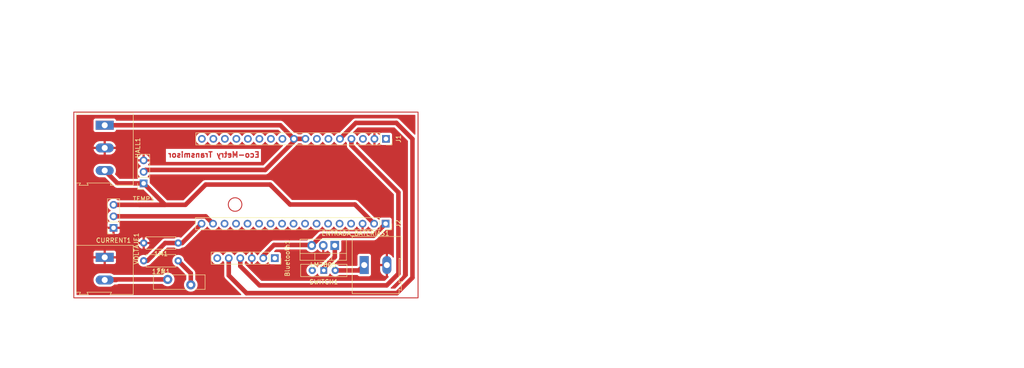
<source format=kicad_pcb>
(kicad_pcb (version 20240108) (generator "pcbnew") (generator_version "8.0")
  (layers (0 "F.Cu" signal) (31 "B.Cu" signal) (34 "B.Paste" user) (35 "F.Paste" user) (36 "B.SilkS" user "B.Silkscreen") (37 "F.SilkS" user "F.Silkscreen") (38 "B.Mask" user) (39 "F.Mask" user) (44 "Edge.Cuts" user))
  (net 0 "")
  (net 3 "5V")
  (net 4 "GND")
  (net 5 "Net-(Bluetooth1-Pin_4)")
  (net 6 "Net-(Bluetooth1-Pin_5)")
  (net 7 "Net-(VOLTAJE1-Pin_2)")
  (net 8 "Net-(CURRENT1-Pin_2)")
  (net 9 "3.3V")
  (net 10 "Net-(LM7805-VI)")
  (net 11 "Net-(ENTRADA_BATERIAS1-Pin_1)")
  (net 12 "Net-(12M1-Pad1)")
  (net 14 "Net-(J2-Pin_17)")
  (net 15 "Net-(HALL1-Pin_1)")
  (net 27 "Net-(J1-Pin_8)")
  (footprint "TerminalBlock:TerminalBlock_Altech_AK300-2_P5.00mm" (layer "F.Cu") (at 166.505537 133.863486)
    (property "Reference" "ENTRADA_BATERIAS1" (at -1.92 -6.99 360) (layer "F.SilkS"))
    (property "Value" "Screw_Terminal_01x02")
    (fp_line (start -2.65 -6.3) (end -2.65 6.3) (stroke (width 0.12)) (layer "F.SilkS"))
    (fp_line (start -2.65 6.3) (end 7.7 6.3) (stroke (width 0.12)) (layer "F.SilkS"))
    (fp_line (start 7.7 -1.5) (end 8.2 -1.2) (stroke (width 0.12)) (layer "F.SilkS"))
    (fp_line (start 7.7 3.9) (end 7.7 -1.5) (stroke (width 0.12)) (layer "F.SilkS"))
    (fp_line (start 7.7 5.35) (end 8.2 5.6) (stroke (width 0.12)) (layer "F.SilkS"))
    (fp_line (start 7.7 6.3) (end 7.7 5.35) (stroke (width 0.12)) (layer "F.SilkS"))
    (fp_line (start 8.2 -6.3) (end -2.65 -6.3) (stroke (width 0.12)) (layer "F.SilkS"))
    (fp_line (start 8.2 -1.2) (end 8.2 -6.3) (stroke (width 0.12)) (layer "F.SilkS"))
    (fp_line (start 8.2 3.65) (end 7.7 3.9) (stroke (width 0.12)) (layer "F.SilkS"))
    (fp_line (start 8.2 3.7) (end 8.2 3.65) (stroke (width 0.12)) (layer "F.SilkS"))
    (fp_line (start 8.2 5.6) (end 8.2 3.7) (stroke (width 0.12)) (layer "F.SilkS"))
    (pad "1" thru_hole rect (at 0 0) (size 1.98 3.96) (drill 1.32) (layers "*.Cu" "*.Mask") (net 11 "Net-(ENTRADA_BATERIAS1-Pin_1)"))
    (pad "2" thru_hole oval (at 5 0) (size 1.98 3.96) (drill 1.32) (layers "*.Cu" "*.Mask") (net 4 "GND"))
  )
  (footprint "Connector_PinSocket_2.54mm:PinSocket_1x17_P2.54mm_Vertical" (layer "F.Cu") (at 171.303862 106.003716 -90)
    (property "Reference" "J1" (at 0 -2.77 90) (layer "F.SilkS"))
    (property "Value" "Conn_01x17_Pin")
    (fp_line (start -1.33 41.97) (end 1.33 41.97) (stroke (width 0.12)) (layer "F.SilkS"))
    (fp_line (start -1.33 1.27) (end -1.33 41.97) (stroke (width 0.12)) (layer "F.SilkS"))
    (fp_line (start -1.33 1.27) (end 1.33 1.27) (stroke (width 0.12)) (layer "F.SilkS"))
    (fp_line (start 1.33 1.27) (end 1.33 41.97) (stroke (width 0.12)) (layer "F.SilkS"))
    (fp_line (start 0 -1.33) (end 1.33 -1.33) (stroke (width 0.12)) (layer "F.SilkS"))
    (fp_line (start 1.33 -1.33) (end 1.33 0) (stroke (width 0.12)) (layer "F.SilkS"))
    (pad "1" thru_hole rect (at 0 0 270) (size 1.7 1.7) (drill 1) (layers "*.Cu" "*.Mask"))
    (pad "2" thru_hole oval (at 0 2.54 270) (size 1.7 1.7) (drill 1) (layers "*.Cu" "*.Mask") (net 4 "GND"))
    (pad "3" thru_hole oval (at 0 5.08 270) (size 1.7 1.7) (drill 1) (layers "*.Cu" "*.Mask"))
    (pad "4" thru_hole oval (at 0 7.62 270) (size 1.7 1.7) (drill 1) (layers "*.Cu" "*.Mask") (net 5 "Net-(Bluetooth1-Pin_4)"))
    (pad "5" thru_hole oval (at 0 10.16 270) (size 1.7 1.7) (drill 1) (layers "*.Cu" "*.Mask") (net 6 "Net-(Bluetooth1-Pin_5)"))
    (pad "6" thru_hole oval (at 0 12.7 270) (size 1.7 1.7) (drill 1) (layers "*.Cu" "*.Mask"))
    (pad "7" thru_hole oval (at 0 15.24 270) (size 1.7 1.7) (drill 1) (layers "*.Cu" "*.Mask"))
    (pad "8" thru_hole oval (at 0 17.78 270) (size 1.7 1.7) (drill 1) (layers "*.Cu" "*.Mask") (net 27 "Net-(J1-Pin_8)"))
    (pad "9" thru_hole oval (at 0 20.32 270) (size 1.7 1.7) (drill 1) (layers "*.Cu" "*.Mask") (net 15 "Net-(HALL1-Pin_1)"))
    (pad "10" thru_hole oval (at 0 22.86 270) (size 1.7 1.7) (drill 1) (layers "*.Cu" "*.Mask"))
    (pad "11" thru_hole oval (at 0 25.4 270) (size 1.7 1.7) (drill 1) (layers "*.Cu" "*.Mask"))
    (pad "12" thru_hole oval (at 0 27.94 270) (size 1.7 1.7) (drill 1) (layers "*.Cu" "*.Mask"))
    (pad "13" thru_hole oval (at 0 30.48 270) (size 1.7 1.7) (drill 1) (layers "*.Cu" "*.Mask"))
    (pad "14" thru_hole oval (at 0 33.02 270) (size 1.7 1.7) (drill 1) (layers "*.Cu" "*.Mask"))
    (pad "15" thru_hole oval (at 0 35.56 270) (size 1.7 1.7) (drill 1) (layers "*.Cu" "*.Mask"))
    (pad "16" thru_hole oval (at 0 38.1 270) (size 1.7 1.7) (drill 1) (layers "*.Cu" "*.Mask"))
    (pad "17" thru_hole oval (at 0 40.64 270) (size 1.7 1.7) (drill 1) (layers "*.Cu" "*.Mask"))
  )
  (footprint "Button_Switch_THT:SW_Slide-03_Wuerth-WS-SLTV_10x2.5x6.4_P2.54mm" (layer "F.Cu") (at 157.577969 135.05003 180)
    (property "Reference" "SWITCH1" (at 0 -2.54 360) (layer "F.SilkS"))
    (property "Value" "SW_Wuerth_450301014042" (hide yes))
    (fp_rect (start -5.11 -1.36) (end 5.11 1.36) (stroke (width 0.12)) (fill none) (layer "F.SilkS"))
    (pad "1" thru_hole rect (at 0 0 180) (size 1.5 1.5) (drill 0.8) (layers "*.Cu" "*.Mask") (net 10 "Net-(LM7805-VI)"))
    (pad "2" thru_hole circle (at -2.54 0 180) (size 1.6 1.6) (drill 0.8) (layers "*.Cu" "*.Mask") (net 11 "Net-(ENTRADA_BATERIAS1-Pin_1)"))
    (pad "3" thru_hole circle (at 2.54 0 180) (size 1.6 1.6) (drill 0.8) (layers "*.Cu" "*.Mask"))
  )
  (footprint "Connector_PinSocket_2.54mm:PinSocket_1x03_P2.54mm_Vertical" (layer "F.Cu") (at 111.167658 125.648949 180)
    (property "Reference" "CURRENT1" (at 0 -2.77 0) (layer "F.SilkS"))
    (property "Value" "Conn_01x03_Pin")
    (fp_line (start 1.33 1.27) (end 1.33 6.41) (stroke (width 0.12)) (layer "F.SilkS"))
    (fp_line (start 1.33 -1.33) (end 1.33 0) (stroke (width 0.12)) (layer "F.SilkS"))
    (fp_line (start 0 -1.33) (end 1.33 -1.33) (stroke (width 0.12)) (layer "F.SilkS"))
    (fp_line (start -1.33 6.41) (end 1.33 6.41) (stroke (width 0.12)) (layer "F.SilkS"))
    (fp_line (start -1.33 1.27) (end 1.33 1.27) (stroke (width 0.12)) (layer "F.SilkS"))
    (fp_line (start -1.33 1.27) (end -1.33 6.41) (stroke (width 0.12)) (layer "F.SilkS"))
    (pad "1" thru_hole rect (at 0 0 180) (size 1.7 1.7) (drill 1) (layers "*.Cu" "*.Mask") (net 4 "GND"))
    (pad "2" thru_hole oval (at 0 2.54 180) (size 1.7 1.7) (drill 1) (layers "*.Cu" "*.Mask") (net 8 "Net-(CURRENT1-Pin_2)"))
    (pad "3" thru_hole oval (at 0 5.08 180) (size 1.7 1.7) (drill 1) (layers "*.Cu" "*.Mask") (net 9 "3.3V"))
  )
  (footprint "TerminalBlock:TerminalBlock_Altech_AK300-2_P5.00mm" (layer "F.Cu") (at 109.22 132.16 -90)
    (property "Reference" "VOLTAJE1" (at -1.92 -6.99 90) (layer "F.SilkS"))
    (property "Value" "Screw_Terminal_01x02")
    (fp_line (start -2.65 6.3) (end 7.7 6.3) (stroke (width 0.12)) (layer "F.SilkS"))
    (fp_line (start 7.7 6.3) (end 7.7 5.35) (stroke (width 0.12)) (layer "F.SilkS"))
    (fp_line (start 8.2 5.6) (end 8.2 3.7) (stroke (width 0.12)) (layer "F.SilkS"))
    (fp_line (start 7.7 5.35) (end 8.2 5.6) (stroke (width 0.12)) (layer "F.SilkS"))
    (fp_line (start 7.7 3.9) (end 7.7 -1.5) (stroke (width 0.12)) (layer "F.SilkS"))
    (fp_line (start 8.2 3.7) (end 8.2 3.65) (stroke (width 0.12)) (layer "F.SilkS"))
    (fp_line (start 8.2 3.65) (end 7.7 3.9) (stroke (width 0.12)) (layer "F.SilkS"))
    (fp_line (start 8.2 -1.2) (end 8.2 -6.3) (stroke (width 0.12)) (layer "F.SilkS"))
    (fp_line (start 7.7 -1.5) (end 8.2 -1.2) (stroke (width 0.12)) (layer "F.SilkS"))
    (fp_line (start -2.65 -6.3) (end -2.65 6.3) (stroke (width 0.12)) (layer "F.SilkS"))
    (fp_line (start 8.2 -6.3) (end -2.65 -6.3) (stroke (width 0.12)) (layer "F.SilkS"))
    (pad "1" thru_hole rect (at 0 0 270) (size 1.98 3.96) (drill 1.32) (layers "*.Cu" "*.Mask") (net 4 "GND"))
    (pad "2" thru_hole oval (at 5 0 270) (size 1.98 3.96) (drill 1.32) (layers "*.Cu" "*.Mask") (net 7 "Net-(VOLTAJE1-Pin_2)"))
  )
  (footprint "Fuse:Fuse_Bourns_MF-RG650" (layer "F.Cu") (at 123.122463 137.031944)
    (property "Reference" "F1" (at -1.457892 -1.9 0) (layer "F.SilkS"))
    (property "Value" "Fuse")
    (fp_line (start -3.15 -1) (end -3.15 2.2) (stroke (width 0.12)) (layer "F.SilkS"))
    (fp_line (start -3.15 -1) (end -0.879 -1) (stroke (width 0.12)) (layer "F.SilkS"))
    (fp_line (start -3.15 2.2) (end 4.222 2.2) (stroke (width 0.12)) (layer "F.SilkS"))
    (fp_line (start 0.879 -1) (end 8.25 -1) (stroke (width 0.12)) (layer "F.SilkS"))
    (fp_line (start 5.979 2.2) (end 8.25 2.2) (stroke (width 0.12)) (layer "F.SilkS"))
    (fp_line (start 8.25 -1) (end 8.25 2.2) (stroke (width 0.12)) (layer "F.SilkS"))
    (pad "1" thru_hole circle (at 0 0) (size 2.01 2.01) (drill 1.01) (layers "*.Cu" "*.Mask") (net 7 "Net-(VOLTAJE1-Pin_2)"))
    (pad "2" thru_hole circle (at 5.1 1.2) (size 2.01 2.01) (drill 1.01) (layers "*.Cu" "*.Mask") (net 12 "Net-(12M1-Pad1)"))
  )
  (footprint "Connector_PinSocket_2.54mm:PinSocket_1x17_P2.54mm_Vertical" (layer "F.Cu") (at 171.230994 124.730728 -90)
    (property "Reference" "J2" (at 0 -2.77 90) (layer "F.SilkS"))
    (property "Value" "Conn_01x17_Pin")
    (fp_line (start -1.33 41.97) (end 1.33 41.97) (stroke (width 0.12)) (layer "F.SilkS"))
    (fp_line (start -1.33 1.27) (end -1.33 41.97) (stroke (width 0.12)) (layer "F.SilkS"))
    (fp_line (start -1.33 1.27) (end 1.33 1.27) (stroke (width 0.12)) (layer "F.SilkS"))
    (fp_line (start 1.33 1.27) (end 1.33 41.97) (stroke (width 0.12)) (layer "F.SilkS"))
    (fp_line (start 0 -1.33) (end 1.33 -1.33) (stroke (width 0.12)) (layer "F.SilkS"))
    (fp_line (start 1.33 -1.33) (end 1.33 0) (stroke (width 0.12)) (layer "F.SilkS"))
    (pad "1" thru_hole rect (at 0 0 270) (size 1.7 1.7) (drill 1) (layers "*.Cu" "*.Mask") (net 3 "5V"))
    (pad "2" thru_hole oval (at 0 2.54 270) (size 1.7 1.7) (drill 1) (layers "*.Cu" "*.Mask") (net 9 "3.3V"))
    (pad "3" thru_hole oval (at 0 5.08 270) (size 1.7 1.7) (drill 1) (layers "*.Cu" "*.Mask") (net 4 "GND"))
    (pad "4" thru_hole oval (at 0 7.62 270) (size 1.7 1.7) (drill 1) (layers "*.Cu" "*.Mask"))
    (pad "5" thru_hole oval (at 0 10.16 270) (size 1.7 1.7) (drill 1) (layers "*.Cu" "*.Mask"))
    (pad "6" thru_hole oval (at 0 12.7 270) (size 1.7 1.7) (drill 1) (layers "*.Cu" "*.Mask"))
    (pad "7" thru_hole oval (at 0 15.24 270) (size 1.7 1.7) (drill 1) (layers "*.Cu" "*.Mask"))
    (pad "8" thru_hole oval (at 0 17.78 270) (size 1.7 1.7) (drill 1) (layers "*.Cu" "*.Mask"))
    (pad "9" thru_hole oval (at 0 20.32 270) (size 1.7 1.7) (drill 1) (layers "*.Cu" "*.Mask"))
    (pad "10" thru_hole oval (at 0 22.86 270) (size 1.7 1.7) (drill 1) (layers "*.Cu" "*.Mask"))
    (pad "11" thru_hole oval (at 0 25.4 270) (size 1.7 1.7) (drill 1) (layers "*.Cu" "*.Mask"))
    (pad "12" thru_hole oval (at 0 27.94 270) (size 1.7 1.7) (drill 1) (layers "*.Cu" "*.Mask"))
    (pad "13" thru_hole oval (at 0 30.48 270) (size 1.7 1.7) (drill 1) (layers "*.Cu" "*.Mask"))
    (pad "14" thru_hole oval (at 0 33.02 270) (size 1.7 1.7) (drill 1) (layers "*.Cu" "*.Mask"))
    (pad "15" thru_hole oval (at 0 35.56 270) (size 1.7 1.7) (drill 1) (layers "*.Cu" "*.Mask"))
    (pad "16" thru_hole oval (at 0 38.1 270) (size 1.7 1.7) (drill 1) (layers "*.Cu" "*.Mask") (net 8 "Net-(CURRENT1-Pin_2)"))
    (pad "17" thru_hole oval (at 0 40.64 270) (size 1.7 1.7) (drill 1) (layers "*.Cu" "*.Mask") (net 14 "Net-(J2-Pin_17)"))
  )
  (footprint "TerminalBlock:TerminalBlock_Altech_AK300-3_P5.00mm" (layer "F.Cu") (at 109.22 103 -90)
    (property "Reference" "HALL1" (at 5 -7.3 90) (layer "F.SilkS"))
    (property "Value" "Screw_Terminal_01x03")
    (fp_line (start -2.65 6.3) (end 12.75 6.3) (stroke (width 0.12)) (layer "F.SilkS"))
    (fp_line (start 12.75 6.3) (end 12.75 5.35) (stroke (width 0.12)) (layer "F.SilkS"))
    (fp_line (start 13.25 5.65) (end 13.25 3.65) (stroke (width 0.12)) (layer "F.SilkS"))
    (fp_line (start 12.75 5.35) (end 13.25 5.65) (stroke (width 0.12)) (layer "F.SilkS"))
    (fp_line (start 12.75 3.9) (end 12.75 -1.5) (stroke (width 0.12)) (layer "F.SilkS"))
    (fp_line (start 13.25 3.65) (end 12.75 3.9) (stroke (width 0.12)) (layer "F.SilkS"))
    (fp_line (start 13.25 -1.25) (end 13.25 -6.3) (stroke (width 0.12)) (layer "F.SilkS"))
    (fp_line (start 12.75 -1.5) (end 13.25 -1.25) (stroke (width 0.12)) (layer "F.SilkS"))
    (fp_line (start -2.65 -6.3) (end -2.65 6.3) (stroke (width 0.12)) (layer "F.SilkS"))
    (fp_line (start 13.25 -6.3) (end -2.65 -6.3) (stroke (width 0.12)) (layer "F.SilkS"))
    (pad "1" thru_hole rect (at 0 0 270) (size 1.98 3.96) (drill 1.32) (layers "*.Cu" "*.Mask") (net 15 "Net-(HALL1-Pin_1)"))
    (pad "2" thru_hole oval (at 5 0 270) (size 1.98 3.96) (drill 1.32) (layers "*.Cu" "*.Mask") (net 4 "GND"))
    (pad "3" thru_hole oval (at 10 0 270) (size 1.98 3.96) (drill 1.32) (layers "*.Cu" "*.Mask") (net 9 "3.3V"))
  )
  (footprint "Connector_PinSocket_2.54mm:PinSocket_1x03_P2.54mm_Vertical" (layer "F.Cu") (at 117.81306 115.829851 180)
    (property "Reference" "TEMP1" (at 0 -3.46 0) (layer "F.SilkS"))
    (property "Value" "Conn_01x03_Pin")
    (fp_line (start 1.33 1.27) (end 1.33 6.41) (stroke (width 0.12)) (layer "F.SilkS"))
    (fp_line (start 1.33 -1.33) (end 1.33 0) (stroke (width 0.12)) (layer "F.SilkS"))
    (fp_line (start 0 -1.33) (end 1.33 -1.33) (stroke (width 0.12)) (layer "F.SilkS"))
    (fp_line (start -1.33 6.41) (end 1.33 6.41) (stroke (width 0.12)) (layer "F.SilkS"))
    (fp_line (start -1.33 1.27) (end 1.33 1.27) (stroke (width 0.12)) (layer "F.SilkS"))
    (fp_line (start -1.33 1.27) (end -1.33 6.41) (stroke (width 0.12)) (layer "F.SilkS"))
    (pad "1" thru_hole rect (at 0 0 180) (size 1.7 1.7) (drill 1) (layers "*.Cu" "*.Mask") (net 9 "3.3V"))
    (pad "2" thru_hole oval (at 0 2.54 180) (size 1.7 1.7) (drill 1) (layers "*.Cu" "*.Mask") (net 27 "Net-(J1-Pin_8)"))
    (pad "3" thru_hole oval (at 0 5.08 180) (size 1.7 1.7) (drill 1) (layers "*.Cu" "*.Mask") (net 4 "GND"))
  )
  (footprint "Resistor_THT:R_Axial_DIN0207_L6.3mm_D2.5mm_P7.62mm_Horizontal" (layer "F.Cu") (at 125.447816 132.920325 180)
    (property "Reference" "12M1" (at 3.81 -2.37 0) (layer "F.SilkS"))
    (property "Value" "R")
    (fp_line (start 7.08 1.37) (end 7.08 1.04) (stroke (width 0.12)) (layer "F.SilkS"))
    (fp_line (start 7.08 -1.37) (end 7.08 -1.04) (stroke (width 0.12)) (layer "F.SilkS"))
    (fp_line (start 0.54 1.37) (end 7.08 1.37) (stroke (width 0.12)) (layer "F.SilkS"))
    (fp_line (start 0.54 1.04) (end 0.54 1.37) (stroke (width 0.12)) (layer "F.SilkS"))
    (fp_line (start 0.54 -1.04) (end 0.54 -1.37) (stroke (width 0.12)) (layer "F.SilkS"))
    (fp_line (start 0.54 -1.37) (end 7.08 -1.37) (stroke (width 0.12)) (layer "F.SilkS"))
    (pad "1" thru_hole circle (at 0 0 180) (size 1.6 1.6) (drill 0.8) (layers "*.Cu" "*.Mask") (net 12 "Net-(12M1-Pad1)"))
    (pad "2" thru_hole oval (at 7.62 0 180) (size 1.6 1.6) (drill 0.8) (layers "*.Cu" "*.Mask") (net 14 "Net-(J2-Pin_17)"))
  )
  (footprint "Resistor_THT:R_Axial_DIN0207_L6.3mm_D2.5mm_P7.62mm_Horizontal" (layer "F.Cu") (at 125.447816 129.004288 180)
    (property "Reference" "1M1" (at 3.81 -2.37 0) (layer "F.SilkS"))
    (property "Value" "R")
    (fp_line (start 7.08 1.37) (end 7.08 1.04) (stroke (width 0.12)) (layer "F.SilkS"))
    (fp_line (start 7.08 -1.37) (end 7.08 -1.04) (stroke (width 0.12)) (layer "F.SilkS"))
    (fp_line (start 0.54 1.37) (end 7.08 1.37) (stroke (width 0.12)) (layer "F.SilkS"))
    (fp_line (start 0.54 1.04) (end 0.54 1.37) (stroke (width 0.12)) (layer "F.SilkS"))
    (fp_line (start 0.54 -1.04) (end 0.54 -1.37) (stroke (width 0.12)) (layer "F.SilkS"))
    (fp_line (start 0.54 -1.37) (end 7.08 -1.37) (stroke (width 0.12)) (layer "F.SilkS"))
    (pad "1" thru_hole circle (at 0 0 180) (size 1.6 1.6) (drill 0.8) (layers "*.Cu" "*.Mask") (net 14 "Net-(J2-Pin_17)"))
    (pad "2" thru_hole oval (at 7.62 0 180) (size 1.6 1.6) (drill 0.8) (layers "*.Cu" "*.Mask") (net 4 "GND"))
  )
  (footprint "Package_TO_SOT_THT:TO-220-3_Vertical" (layer "F.Cu") (at 160 129.54 180)
    (property "Reference" "LM7805" (at 2.54 -4.27 360) (layer "F.SilkS"))
    (property "Value" "LM7805_TO220")
    (fp_line (start 7.66 -3.27) (end 7.66 1.371) (stroke (width 0.12)) (layer "F.SilkS"))
    (fp_line (start 4.391 -3.27) (end 4.391 -1.76) (stroke (width 0.12)) (layer "F.SilkS"))
    (fp_line (start 0.69 -3.27) (end 0.69 -1.76) (stroke (width 0.12)) (layer "F.SilkS"))
    (fp_line (start -2.58 1.371) (end 7.66 1.371) (stroke (width 0.12)) (layer "F.SilkS"))
    (fp_line (start -2.58 -1.76) (end 7.66 -1.76) (stroke (width 0.12)) (layer "F.SilkS"))
    (fp_line (start -2.58 -3.27) (end 7.66 -3.27) (stroke (width 0.12)) (layer "F.SilkS"))
    (fp_line (start -2.58 -3.27) (end -2.58 1.371) (stroke (width 0.12)) (layer "F.SilkS"))
    (pad "1" thru_hole rect (at 0 0 180) (size 1.905 2) (drill 1.1) (layers "*.Cu" "*.Mask") (net 10 "Net-(LM7805-VI)"))
    (pad "2" thru_hole oval (at 2.54 0 180) (size 1.905 2) (drill 1.1) (layers "*.Cu" "*.Mask") (net 4 "GND"))
    (pad "3" thru_hole oval (at 5.08 0 180) (size 1.905 2) (drill 1.1) (layers "*.Cu" "*.Mask") (net 3 "5V"))
  )
  (footprint "Connector_PinSocket_2.54mm:PinSocket_1x06_P2.54mm_Vertical" (layer "F.Cu") (at 146.765128 132.345686 -90)
    (property "Reference" "Bluetooth1" (at 0 -2.77 90) (layer "F.SilkS"))
    (property "Value" "Conn_01x06_Pin")
    (fp_line (start -1.33 14.03) (end 1.33 14.03) (stroke (width 0.12)) (layer "F.SilkS"))
    (fp_line (start -1.33 1.27) (end -1.33 14.03) (stroke (width 0.12)) (layer "F.SilkS"))
    (fp_line (start -1.33 1.27) (end 1.33 1.27) (stroke (width 0.12)) (layer "F.SilkS"))
    (fp_line (start 1.33 1.27) (end 1.33 14.03) (stroke (width 0.12)) (layer "F.SilkS"))
    (fp_line (start 0 -1.33) (end 1.33 -1.33) (stroke (width 0.12)) (layer "F.SilkS"))
    (fp_line (start 1.33 -1.33) (end 1.33 0) (stroke (width 0.12)) (layer "F.SilkS"))
    (pad "1" thru_hole rect (at 0 0 270) (size 1.7 1.7) (drill 1) (layers "*.Cu" "*.Mask"))
    (pad "2" thru_hole oval (at 0 2.54 270) (size 1.7 1.7) (drill 1) (layers "*.Cu" "*.Mask") (net 3 "5V"))
    (pad "3" thru_hole oval (at 0 5.08 270) (size 1.7 1.7) (drill 1) (layers "*.Cu" "*.Mask") (net 4 "GND"))
    (pad "4" thru_hole oval (at 0 7.62 270) (size 1.7 1.7) (drill 1) (layers "*.Cu" "*.Mask") (net 5 "Net-(Bluetooth1-Pin_4)"))
    (pad "5" thru_hole oval (at 0 10.16 270) (size 1.7 1.7) (drill 1) (layers "*.Cu" "*.Mask") (net 6 "Net-(Bluetooth1-Pin_5)"))
    (pad "6" thru_hole oval (at 0 12.7 270) (size 1.7 1.7) (drill 1) (layers "*.Cu" "*.Mask"))
  )
  (gr_rect (start 102.394896 100.101652) (end 178.394896 141.101652) (stroke (width 0.2)) (fill none) (layer "F.Cu") (net 15))
  (gr_circle (center 138 120.5) (end 139.5 120.5) (stroke (width 0.2)) (fill none) (layer "F.Cu") (net 35))
  (gr_text "Eco-Metry Transmisor" (at 143.534072 110.214852 0) (layer "F.Cu") (effects (font (size 1.2 1.2) (thickness 0.26) (bold yes)) (justify left bottom mirror)))
  (segment (start 144.225128 131.785686) (end 146.584154 129.42666) (width 1) (layer "F.Cu") (net 3))
  (segment (start 144.225128 132.345686) (end 144.225128 131.785686) (width 1) (layer "F.Cu") (net 3))
  (segment (start 168.551504 127.410218) (end 171.230994 124.730728) (width 1) (layer "F.Cu") (net 3))
  (segment (start 157.049782 127.410218) (end 168.551504 127.410218) (width 1) (layer "F.Cu") (net 3))
  (segment (start 154.92 129.54) (end 157.049782 127.410218) (width 1) (layer "F.Cu") (net 3))
  (segment (start 146.584154 129.42666) (end 154.80666 129.42666) (width 1) (layer "F.Cu") (net 3))
  (segment (start 154.92 129.54) (end 154.884986 129.575014) (width 1) (layer "F.Cu") (net 3))
  (segment (start 154.80666 129.42666) (end 154.92 129.54) (width 1) (layer "F.Cu") (net 3))
  (segment (start 174.052768 135.767232) (end 174.052768 117.830127) (width 1) (layer "F.Cu") (net 5))
  (segment (start 143.39543 138.350777) (end 171.469223 138.350777) (width 1) (layer "F.Cu") (net 5))
  (segment (start 139.145128 132.345686) (end 139.145128 134.100475) (width 1) (layer "F.Cu") (net 5))
  (segment (start 139.145128 134.100475) (end 143.39543 138.350777) (width 1) (layer "F.Cu") (net 5))
  (segment (start 174.052768 117.830127) (end 163.683862 107.461221) (width 1) (layer "F.Cu") (net 5))
  (segment (start 163.683862 107.461221) (end 163.683862 106.003716) (width 1) (layer "F.Cu") (net 5))
  (segment (start 171.469223 138.350777) (end 174.052768 135.767232) (width 1) (layer "F.Cu") (net 5))
  (segment (start 161.333884 106.193738) (end 161.143862 106.003716) (width 1) (layer "F.Cu") (net 6))
  (segment (start 177.156163 106.036163) (end 177.156163 136.641185) (width 1) (layer "F.Cu") (net 6))
  (segment (start 173.735362 140.061986) (end 140.515991 140.061986) (width 1) (layer "F.Cu") (net 6))
  (segment (start 164.661481 102.486097) (end 173.606097 102.486097) (width 1) (layer "F.Cu") (net 6))
  (segment (start 136.605128 136.151123) (end 136.605128 132.345686) (width 1) (layer "F.Cu") (net 6))
  (segment (start 161.143862 106.003716) (end 164.661481 102.486097) (width 1) (layer "F.Cu") (net 6))
  (segment (start 140.515991 140.061986) (end 136.605128 136.151123) (width 1) (layer "F.Cu") (net 6))
  (segment (start 177.156163 136.641185) (end 173.735362 140.061986) (width 1) (layer "F.Cu") (net 6))
  (segment (start 173.606097 102.486097) (end 177.156163 106.036163) (width 1) (layer "F.Cu") (net 6))
  (segment (start 123.122463 137.031944) (end 109.348056 137.031944) (width 1) (layer "F.Cu") (net 7))
  (segment (start 109.22 137.16) (end 111.76 137.16) (width 1) (layer "F.Cu") (net 7))
  (segment (start 109.348056 137.031944) (end 109.22 137.16) (width 1) (layer "F.Cu") (net 7))
  (segment (start 111.167658 123.108949) (end 131.509215 123.108949) (width 1) (layer "F.Cu") (net 8))
  (segment (start 131.509215 123.108949) (end 133.130994 124.730728) (width 1) (layer "F.Cu") (net 8))
  (segment (start 109.22 113) (end 112.049851 115.829851) (width 1) (layer "F.Cu") (net 9))
  (segment (start 116.84 120.568949) (end 127.040829 120.568949) (width 1) (layer "F.Cu") (net 9))
  (segment (start 127.040829 120.568949) (end 131.510206 116.099572) (width 1) (layer "F.Cu") (net 9))
  (segment (start 145.731036 116.099572) (end 146.076387 116.444923) (width 1) (layer "F.Cu") (net 9))
  (segment (start 116.84 120.568949) (end 122.552158 120.568949) (width 1) (layer "F.Cu") (net 9))
  (segment (start 111.167658 120.568949) (end 116.84 120.568949) (width 1) (layer "F.Cu") (net 9))
  (segment (start 122.552158 120.568949) (end 117.81306 115.829851) (width 1) (layer "F.Cu") (net 9))
  (segment (start 146.076387 116.444923) (end 150.128139 120.496674) (width 1) (layer "F.Cu") (net 9))
  (segment (start 112.049851 115.829851) (end 117.81306 115.829851) (width 1) (layer "F.Cu") (net 9))
  (segment (start 131.510206 116.099572) (end 145.731036 116.099572) (width 1) (layer "F.Cu") (net 9))
  (segment (start 164.45694 120.496674) (end 168.690994 124.730728) (width 1) (layer "F.Cu") (net 9))
  (segment (start 150.128139 120.496674) (end 164.45694 120.496674) (width 1) (layer "F.Cu") (net 9))
  (segment (start 160.02 129.56) (end 160 129.54) (width 1) (layer "F.Cu") (net 10))
  (segment (start 160.02 132.08) (end 160.02 129.56) (width 1) (layer "F.Cu") (net 10))
  (segment (start 157.577969 134.522031) (end 160.02 132.08) (width 1) (layer "F.Cu") (net 10))
  (segment (start 160.02 132.087568) (end 160.02 132.08) (width 1) (layer "F.Cu") (net 10))
  (segment (start 157.577969 135.05003) (end 157.577969 134.522031) (width 1) (layer "F.Cu") (net 10))
  (segment (start 160.117969 135.05003) (end 165.318993 135.05003) (width 1) (layer "F.Cu") (net 11))
  (segment (start 165.318993 135.05003) (end 166.505537 133.863486) (width 1) (layer "F.Cu") (net 11))
  (segment (start 128.222463 135.694972) (end 128.222463 138.231944) (width 1) (layer "F.Cu") (net 12))
  (segment (start 125.447816 132.920325) (end 128.222463 135.694972) (width 1) (layer "F.Cu") (net 12))
  (segment (start 125.447816 129.004288) (end 126.317434 129.004288) (width 1) (layer "F.Cu") (net 14))
  (segment (start 126.317434 129.004288) (end 130.590994 124.730728) (width 1) (layer "F.Cu") (net 14))
  (segment (start 122.565331 129.004288) (end 125.447816 129.004288) (width 1) (layer "F.Cu") (net 14))
  (segment (start 118.649294 132.920325) (end 122.565331 129.004288) (width 1) (layer "F.Cu") (net 14))
  (segment (start 147.980146 103) (end 150.983862 106.003716) (width 1) (layer "F.Cu") (net 15))
  (segment (start 147.980146 103) (end 109.22 103) (width 1) (layer "F.Cu") (net 15))
  (segment (start 118.236995 112.865916) (end 144.654461 112.865916) (width 1) (layer "F.Cu") (net 27))
  (segment (start 151.516661 106.003716) (end 153.523862 106.003716) (width 1) (layer "F.Cu") (net 27))
  (segment (start 144.654461 112.865916) (end 151.516661 106.003716) (width 1) (layer "F.Cu") (net 27))
  (segment (start 117.81306 113.289851) (end 118.236995 112.865916) (width 1) (layer "F.Cu") (net 27))
  (zone (net 4) (net_name "GND") (layer "F.Cu") (connect_pads (clearance 0.5)) (min_thickness 0.25) (fill yes (thermal_gap 0.5) (thermal_bridge_width 0.5))
    (polygon (pts (xy 93.72187 98.210841) (xy 86.10187 156.630841) (xy 307.08187 133.770841) (xy 312.16187 75.350841)))
  )
)
</source>
